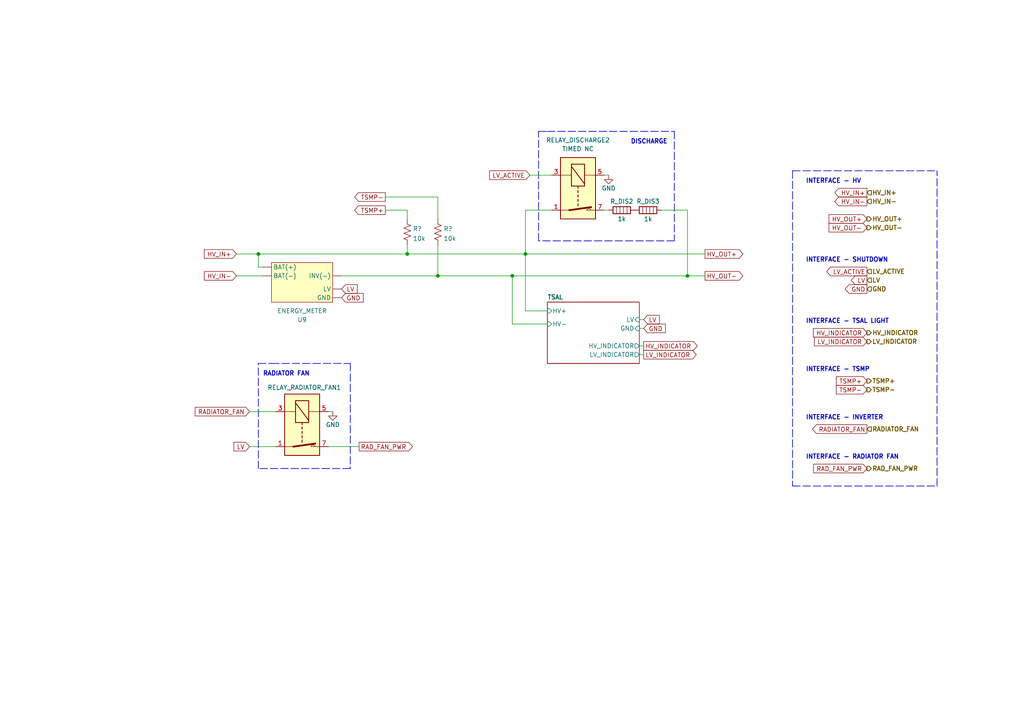
<source format=kicad_sch>
(kicad_sch (version 20211123) (generator eeschema)

  (uuid 7c790b85-3190-4d10-8ca5-7cfa6716b333)

  (paper "A4")

  (lib_symbols
    (symbol "A-FA_PARTS:ENERGY_METER" (in_bom yes) (on_board yes)
      (property "Reference" "U" (id 0) (at 0 10.16 0)
        (effects (font (size 1.27 1.27)))
      )
      (property "Value" "ENERGY_METER" (id 1) (at 0 7.62 0)
        (effects (font (size 1.27 1.27)))
      )
      (property "Footprint" "" (id 2) (at -3.81 5.08 0)
        (effects (font (size 1.27 1.27)) hide)
      )
      (property "Datasheet" "" (id 3) (at -3.81 5.08 0)
        (effects (font (size 1.27 1.27)) hide)
      )
      (symbol "ENERGY_METER_0_1"
        (rectangle (start -8.89 6.35) (end 8.89 -5.08)
          (stroke (width 0.1524) (type default) (color 0 0 0 0))
          (fill (type background))
        )
      )
      (symbol "ENERGY_METER_1_1"
        (pin input line (at -11.43 5.08 0) (length 2.54)
          (name "BAT(+)" (effects (font (size 1.27 1.27))))
          (number "" (effects (font (size 1.27 1.27))))
        )
        (pin input line (at -11.43 2.54 0) (length 2.54)
          (name "BAT(-)" (effects (font (size 1.27 1.27))))
          (number "" (effects (font (size 1.27 1.27))))
        )
        (pin input line (at 11.43 -3.81 180) (length 2.54)
          (name "GND" (effects (font (size 1.27 1.27))))
          (number "" (effects (font (size 1.27 1.27))))
        )
        (pin input line (at 11.43 2.54 180) (length 2.54)
          (name "INV(-)" (effects (font (size 1.27 1.27))))
          (number "" (effects (font (size 1.27 1.27))))
        )
        (pin input line (at 11.43 -1.27 180) (length 2.54)
          (name "LV" (effects (font (size 1.27 1.27))))
          (number "" (effects (font (size 1.27 1.27))))
        )
      )
    )
    (symbol "Device:Heater" (pin_numbers hide) (pin_names (offset 0)) (in_bom yes) (on_board yes)
      (property "Reference" "R" (id 0) (at 2.032 0 90)
        (effects (font (size 1.27 1.27)))
      )
      (property "Value" "Heater" (id 1) (at -2.032 0 90)
        (effects (font (size 1.27 1.27)))
      )
      (property "Footprint" "" (id 2) (at -1.778 0 90)
        (effects (font (size 1.27 1.27)) hide)
      )
      (property "Datasheet" "~" (id 3) (at 0 0 0)
        (effects (font (size 1.27 1.27)) hide)
      )
      (property "ki_keywords" "heater R resistor" (id 4) (at 0 0 0)
        (effects (font (size 1.27 1.27)) hide)
      )
      (property "ki_description" "Resistive heater" (id 5) (at 0 0 0)
        (effects (font (size 1.27 1.27)) hide)
      )
      (symbol "Heater_0_1"
        (rectangle (start -1.016 -2.54) (end 1.016 2.54)
          (stroke (width 0.254) (type default) (color 0 0 0 0))
          (fill (type none))
        )
        (polyline
          (pts
            (xy -1.016 1.524)
            (xy 1.016 1.524)
          )
          (stroke (width 0) (type default) (color 0 0 0 0))
          (fill (type none))
        )
        (polyline
          (pts
            (xy 1.016 -1.524)
            (xy -1.016 -1.524)
          )
          (stroke (width 0) (type default) (color 0 0 0 0))
          (fill (type none))
        )
        (polyline
          (pts
            (xy 1.016 -0.508)
            (xy -1.016 -0.508)
          )
          (stroke (width 0) (type default) (color 0 0 0 0))
          (fill (type none))
        )
        (polyline
          (pts
            (xy 1.016 0.508)
            (xy -1.016 0.508)
          )
          (stroke (width 0) (type default) (color 0 0 0 0))
          (fill (type none))
        )
      )
      (symbol "Heater_1_1"
        (pin passive line (at 0 3.81 270) (length 1.27)
          (name "~" (effects (font (size 1.27 1.27))))
          (number "1" (effects (font (size 1.27 1.27))))
        )
        (pin passive line (at 0 -3.81 90) (length 1.27)
          (name "~" (effects (font (size 1.27 1.27))))
          (number "2" (effects (font (size 1.27 1.27))))
        )
      )
    )
    (symbol "Device:R_US" (pin_numbers hide) (pin_names (offset 0)) (in_bom yes) (on_board yes)
      (property "Reference" "R" (id 0) (at 2.54 0 90)
        (effects (font (size 1.27 1.27)))
      )
      (property "Value" "R_US" (id 1) (at -2.54 0 90)
        (effects (font (size 1.27 1.27)))
      )
      (property "Footprint" "" (id 2) (at 1.016 -0.254 90)
        (effects (font (size 1.27 1.27)) hide)
      )
      (property "Datasheet" "~" (id 3) (at 0 0 0)
        (effects (font (size 1.27 1.27)) hide)
      )
      (property "ki_keywords" "R res resistor" (id 4) (at 0 0 0)
        (effects (font (size 1.27 1.27)) hide)
      )
      (property "ki_description" "Resistor, US symbol" (id 5) (at 0 0 0)
        (effects (font (size 1.27 1.27)) hide)
      )
      (property "ki_fp_filters" "R_*" (id 6) (at 0 0 0)
        (effects (font (size 1.27 1.27)) hide)
      )
      (symbol "R_US_0_1"
        (polyline
          (pts
            (xy 0 -2.286)
            (xy 0 -2.54)
          )
          (stroke (width 0) (type default) (color 0 0 0 0))
          (fill (type none))
        )
        (polyline
          (pts
            (xy 0 2.286)
            (xy 0 2.54)
          )
          (stroke (width 0) (type default) (color 0 0 0 0))
          (fill (type none))
        )
        (polyline
          (pts
            (xy 0 -0.762)
            (xy 1.016 -1.143)
            (xy 0 -1.524)
            (xy -1.016 -1.905)
            (xy 0 -2.286)
          )
          (stroke (width 0) (type default) (color 0 0 0 0))
          (fill (type none))
        )
        (polyline
          (pts
            (xy 0 0.762)
            (xy 1.016 0.381)
            (xy 0 0)
            (xy -1.016 -0.381)
            (xy 0 -0.762)
          )
          (stroke (width 0) (type default) (color 0 0 0 0))
          (fill (type none))
        )
        (polyline
          (pts
            (xy 0 2.286)
            (xy 1.016 1.905)
            (xy 0 1.524)
            (xy -1.016 1.143)
            (xy 0 0.762)
          )
          (stroke (width 0) (type default) (color 0 0 0 0))
          (fill (type none))
        )
      )
      (symbol "R_US_1_1"
        (pin passive line (at 0 3.81 270) (length 1.27)
          (name "~" (effects (font (size 1.27 1.27))))
          (number "1" (effects (font (size 1.27 1.27))))
        )
        (pin passive line (at 0 -3.81 90) (length 1.27)
          (name "~" (effects (font (size 1.27 1.27))))
          (number "2" (effects (font (size 1.27 1.27))))
        )
      )
    )
    (symbol "Relay:MSxx-1Bxx-75" (in_bom yes) (on_board yes)
      (property "Reference" "K" (id 0) (at 8.89 3.81 0)
        (effects (font (size 1.27 1.27)) (justify left))
      )
      (property "Value" "MSxx-1Bxx-75" (id 1) (at 8.89 1.27 0)
        (effects (font (size 1.27 1.27)) (justify left))
      )
      (property "Footprint" "Relay_THT:Relay_SPST_StandexMeder_MS_Form1AB" (id 2) (at 8.89 -1.27 0)
        (effects (font (size 1.27 1.27)) (justify left) hide)
      )
      (property "Datasheet" "https://standexelectronics.com/de/produkte/ms-reed-relais/" (id 3) (at 0 0 0)
        (effects (font (size 1.27 1.27)) hide)
      )
      (property "ki_keywords" "Single Pole Reed Relay SPST" (id 4) (at 0 0 0)
        (effects (font (size 1.27 1.27)) hide)
      )
      (property "ki_description" "Standex Meder MS reed relay, SPST, Opening Contact" (id 5) (at 0 0 0)
        (effects (font (size 1.27 1.27)) hide)
      )
      (property "ki_fp_filters" "Relay*SPST*StandexMeder*MS*Form1AB*" (id 6) (at 0 0 0)
        (effects (font (size 1.27 1.27)) hide)
      )
      (symbol "MSxx-1Bxx-75_0_0"
        (polyline
          (pts
            (xy 5.08 5.08)
            (xy 5.08 2.54)
            (xy 4.445 3.175)
            (xy 5.08 3.81)
          )
          (stroke (width 0) (type default) (color 0 0 0 0))
          (fill (type none))
        )
      )
      (symbol "MSxx-1Bxx-75_0_1"
        (rectangle (start -10.16 5.08) (end 7.62 -5.08)
          (stroke (width 0.254) (type default) (color 0 0 0 0))
          (fill (type background))
        )
        (rectangle (start -8.255 1.905) (end -1.905 -1.905)
          (stroke (width 0.254) (type default) (color 0 0 0 0))
          (fill (type none))
        )
        (polyline
          (pts
            (xy -7.62 -1.905)
            (xy -2.54 1.905)
          )
          (stroke (width 0.254) (type default) (color 0 0 0 0))
          (fill (type none))
        )
        (polyline
          (pts
            (xy -5.08 -5.08)
            (xy -5.08 -1.905)
          )
          (stroke (width 0) (type default) (color 0 0 0 0))
          (fill (type none))
        )
        (polyline
          (pts
            (xy -5.08 5.08)
            (xy -5.08 1.905)
          )
          (stroke (width 0) (type default) (color 0 0 0 0))
          (fill (type none))
        )
        (polyline
          (pts
            (xy -1.905 0)
            (xy -1.27 0)
          )
          (stroke (width 0.254) (type default) (color 0 0 0 0))
          (fill (type none))
        )
        (polyline
          (pts
            (xy -0.635 0)
            (xy 0 0)
          )
          (stroke (width 0.254) (type default) (color 0 0 0 0))
          (fill (type none))
        )
        (polyline
          (pts
            (xy 0.635 0)
            (xy 1.27 0)
          )
          (stroke (width 0.254) (type default) (color 0 0 0 0))
          (fill (type none))
        )
        (polyline
          (pts
            (xy 1.905 0)
            (xy 2.54 0)
          )
          (stroke (width 0.254) (type default) (color 0 0 0 0))
          (fill (type none))
        )
        (polyline
          (pts
            (xy 3.175 0)
            (xy 3.81 0)
          )
          (stroke (width 0.254) (type default) (color 0 0 0 0))
          (fill (type none))
        )
        (polyline
          (pts
            (xy 5.08 -2.54)
            (xy 4.191 3.81)
          )
          (stroke (width 0.508) (type default) (color 0 0 0 0))
          (fill (type none))
        )
        (polyline
          (pts
            (xy 5.08 -2.54)
            (xy 5.08 -5.08)
          )
          (stroke (width 0) (type default) (color 0 0 0 0))
          (fill (type none))
        )
      )
      (symbol "MSxx-1Bxx-75_1_1"
        (pin passive line (at 5.08 -7.62 90) (length 2.54)
          (name "~" (effects (font (size 1.27 1.27))))
          (number "1" (effects (font (size 1.27 1.27))))
        )
        (pin passive line (at -5.08 -7.62 90) (length 2.54)
          (name "~" (effects (font (size 1.27 1.27))))
          (number "3" (effects (font (size 1.27 1.27))))
        )
        (pin passive line (at -5.08 7.62 270) (length 2.54)
          (name "~" (effects (font (size 1.27 1.27))))
          (number "5" (effects (font (size 1.27 1.27))))
        )
        (pin passive line (at 5.08 7.62 270) (length 2.54)
          (name "~" (effects (font (size 1.27 1.27))))
          (number "7" (effects (font (size 1.27 1.27))))
        )
      )
    )
    (symbol "power:GND" (power) (pin_names (offset 0)) (in_bom yes) (on_board yes)
      (property "Reference" "#PWR" (id 0) (at 0 -6.35 0)
        (effects (font (size 1.27 1.27)) hide)
      )
      (property "Value" "GND" (id 1) (at 0 -3.81 0)
        (effects (font (size 1.27 1.27)))
      )
      (property "Footprint" "" (id 2) (at 0 0 0)
        (effects (font (size 1.27 1.27)) hide)
      )
      (property "Datasheet" "" (id 3) (at 0 0 0)
        (effects (font (size 1.27 1.27)) hide)
      )
      (property "ki_keywords" "power-flag" (id 4) (at 0 0 0)
        (effects (font (size 1.27 1.27)) hide)
      )
      (property "ki_description" "Power symbol creates a global label with name \"GND\" , ground" (id 5) (at 0 0 0)
        (effects (font (size 1.27 1.27)) hide)
      )
      (symbol "GND_0_1"
        (polyline
          (pts
            (xy 0 0)
            (xy 0 -1.27)
            (xy 1.27 -1.27)
            (xy 0 -2.54)
            (xy -1.27 -1.27)
            (xy 0 -1.27)
          )
          (stroke (width 0) (type default) (color 0 0 0 0))
          (fill (type none))
        )
      )
      (symbol "GND_1_1"
        (pin power_in line (at 0 0 270) (length 0) hide
          (name "GND" (effects (font (size 1.27 1.27))))
          (number "1" (effects (font (size 1.27 1.27))))
        )
      )
    )
  )

  (junction (at 118.11 73.66) (diameter 0) (color 0 0 0 0)
    (uuid 384e53d3-f3db-46bf-aaa6-6adfeede668e)
  )
  (junction (at 127 80.01) (diameter 0) (color 0 0 0 0)
    (uuid 3f7972e0-55dd-4b70-83bf-9af1e3643ef7)
  )
  (junction (at 152.4 73.66) (diameter 0) (color 0 0 0 0)
    (uuid 40147430-75f3-4901-978e-fbb941026134)
  )
  (junction (at 199.39 80.01) (diameter 0) (color 0 0 0 0)
    (uuid 76e763a5-5120-4d0e-a9c5-04317b1d724f)
  )
  (junction (at 74.93 73.66) (diameter 0) (color 0 0 0 0)
    (uuid a9611eb8-31e6-425a-8e53-d3ae96ecb22b)
  )
  (junction (at 148.59 80.01) (diameter 0) (color 0 0 0 0)
    (uuid abfa3146-247b-475d-b791-9e2a6def3c30)
  )

  (wire (pts (xy 158.75 93.98) (xy 148.59 93.98))
    (stroke (width 0) (type default) (color 0 0 0 0))
    (uuid 19eec256-430a-4971-aada-8039a2ba53af)
  )
  (polyline (pts (xy 101.6 105.41) (xy 101.6 135.89))
    (stroke (width 0.2) (type default) (color 0 0 0 0))
    (uuid 229a795b-3dc3-4792-91ff-92ef15ce562b)
  )

  (wire (pts (xy 185.42 102.87) (xy 186.69 102.87))
    (stroke (width 0) (type default) (color 0 0 0 0))
    (uuid 295914cd-7766-4f01-9c43-439d1b7ab11e)
  )
  (wire (pts (xy 80.01 129.54) (xy 72.39 129.54))
    (stroke (width 0) (type default) (color 0 0 0 0))
    (uuid 32c10d80-874e-478c-896f-68a82fdf8a31)
  )
  (wire (pts (xy 152.4 90.17) (xy 152.4 73.66))
    (stroke (width 0) (type default) (color 0 0 0 0))
    (uuid 3a136724-4b08-43aa-9112-a254a1ca900a)
  )
  (wire (pts (xy 158.75 90.17) (xy 152.4 90.17))
    (stroke (width 0) (type default) (color 0 0 0 0))
    (uuid 3b5f654c-2926-48e6-ada6-adc399ac8d6d)
  )
  (polyline (pts (xy 101.6 135.89) (xy 74.93 135.89))
    (stroke (width 0.2) (type default) (color 0 0 0 0))
    (uuid 41619ada-de06-4543-ae20-587eb1efba3a)
  )
  (polyline (pts (xy 195.58 38.1) (xy 195.58 69.85))
    (stroke (width 0.2) (type default) (color 0 0 0 0))
    (uuid 464d960f-a1db-4fe7-bd1b-632d20be1a40)
  )
  (polyline (pts (xy 271.78 140.97) (xy 271.78 49.53))
    (stroke (width 0.2) (type default) (color 0 0 0 0))
    (uuid 47fe08c3-548b-49a6-a824-e11f1f261a2c)
  )

  (wire (pts (xy 185.42 92.71) (xy 186.69 92.71))
    (stroke (width 0) (type default) (color 0 0 0 0))
    (uuid 55f59da3-6f1b-476b-a25f-3e5e832cf695)
  )
  (polyline (pts (xy 195.58 69.85) (xy 156.21 69.85))
    (stroke (width 0.2) (type default) (color 0 0 0 0))
    (uuid 56b3d79e-8524-4990-b53c-8b76a1ff9ee3)
  )

  (wire (pts (xy 152.4 60.96) (xy 152.4 73.66))
    (stroke (width 0) (type default) (color 0 0 0 0))
    (uuid 5964fabe-b98a-4a67-acb7-c2fb1ffb122f)
  )
  (wire (pts (xy 68.58 80.01) (xy 76.2 80.01))
    (stroke (width 0) (type default) (color 0 0 0 0))
    (uuid 62b791db-3eb7-4d77-a963-5cbbbf7201a1)
  )
  (polyline (pts (xy 74.93 135.89) (xy 74.93 105.41))
    (stroke (width 0.2) (type default) (color 0 0 0 0))
    (uuid 6a7ef5f6-c049-4750-a269-5861198fb0eb)
  )
  (polyline (pts (xy 158.75 38.1) (xy 195.58 38.1))
    (stroke (width 0.2) (type default) (color 0 0 0 0))
    (uuid 6c7c62f6-8bf0-4930-a92c-534652aa27af)
  )

  (wire (pts (xy 199.39 60.96) (xy 199.39 80.01))
    (stroke (width 0) (type default) (color 0 0 0 0))
    (uuid 6cd3b388-1ebc-451c-8345-169d4260632f)
  )
  (polyline (pts (xy 229.87 140.97) (xy 271.78 140.97))
    (stroke (width 0.2) (type default) (color 0 0 0 0))
    (uuid 6deb9d3d-24fa-4d2c-b8ec-54d76c2f3549)
  )

  (wire (pts (xy 152.4 73.66) (xy 204.47 73.66))
    (stroke (width 0) (type default) (color 0 0 0 0))
    (uuid 749d6c0d-beaf-459f-aebf-b9b2a0ea6db2)
  )
  (wire (pts (xy 191.77 60.96) (xy 199.39 60.96))
    (stroke (width 0) (type default) (color 0 0 0 0))
    (uuid 75cadd77-3348-4e9b-b3fc-3ac4b35b466c)
  )
  (wire (pts (xy 148.59 80.01) (xy 199.39 80.01))
    (stroke (width 0) (type default) (color 0 0 0 0))
    (uuid 87f31b8f-19d1-4ea0-8a9c-5e0939949fc5)
  )
  (wire (pts (xy 127 71.12) (xy 127 80.01))
    (stroke (width 0) (type default) (color 0 0 0 0))
    (uuid 894e7473-6acf-460d-921f-dd6e5bdad53f)
  )
  (wire (pts (xy 176.53 50.8) (xy 175.26 50.8))
    (stroke (width 0) (type default) (color 0 0 0 0))
    (uuid 8d22b341-7c46-4f8d-ba93-f845393db476)
  )
  (wire (pts (xy 118.11 60.96) (xy 118.11 63.5))
    (stroke (width 0) (type default) (color 0 0 0 0))
    (uuid 90bb2514-60c3-465d-9296-91b8763602f3)
  )
  (wire (pts (xy 80.01 119.38) (xy 72.39 119.38))
    (stroke (width 0) (type default) (color 0 0 0 0))
    (uuid 9276e60c-99f7-4db4-88af-d18121a3f94b)
  )
  (wire (pts (xy 76.2 77.47) (xy 74.93 77.47))
    (stroke (width 0) (type default) (color 0 0 0 0))
    (uuid 9880b843-61f3-449b-8dc6-90a5ea50d7c8)
  )
  (wire (pts (xy 68.58 73.66) (xy 74.93 73.66))
    (stroke (width 0) (type default) (color 0 0 0 0))
    (uuid 9ad87614-7ef2-4eb8-ac51-3b1c9ea4ff9b)
  )
  (wire (pts (xy 99.06 80.01) (xy 127 80.01))
    (stroke (width 0) (type default) (color 0 0 0 0))
    (uuid 9ecc9593-274c-480e-b9c8-4fd2a7b7488f)
  )
  (wire (pts (xy 176.53 60.96) (xy 175.26 60.96))
    (stroke (width 0) (type default) (color 0 0 0 0))
    (uuid 9f69d37b-a605-407b-a97b-c40eaa49c59a)
  )
  (polyline (pts (xy 78.74 105.41) (xy 101.6 105.41))
    (stroke (width 0.2) (type default) (color 0 0 0 0))
    (uuid a3ab95d9-7eb8-4c90-8996-0c665d99abe1)
  )

  (wire (pts (xy 160.02 60.96) (xy 152.4 60.96))
    (stroke (width 0) (type default) (color 0 0 0 0))
    (uuid a97fb80a-2549-42f2-9959-6c752b314245)
  )
  (wire (pts (xy 127 80.01) (xy 148.59 80.01))
    (stroke (width 0) (type default) (color 0 0 0 0))
    (uuid b07280e9-6363-4e7a-bb41-2daa04fc13fb)
  )
  (wire (pts (xy 185.42 100.33) (xy 186.69 100.33))
    (stroke (width 0) (type default) (color 0 0 0 0))
    (uuid b136cd0d-8737-4a2e-86b5-06b85d371e28)
  )
  (wire (pts (xy 118.11 73.66) (xy 152.4 73.66))
    (stroke (width 0) (type default) (color 0 0 0 0))
    (uuid b1b628e8-a5a4-4902-96ee-bbe12092cdf7)
  )
  (wire (pts (xy 127 57.15) (xy 127 63.5))
    (stroke (width 0) (type default) (color 0 0 0 0))
    (uuid bb0d1d61-4492-431b-9c0d-921b9cb1de5d)
  )
  (wire (pts (xy 74.93 73.66) (xy 118.11 73.66))
    (stroke (width 0) (type default) (color 0 0 0 0))
    (uuid bb91c0bb-ff37-4b58-8be7-921d7fc27de6)
  )
  (wire (pts (xy 104.14 129.54) (xy 95.25 129.54))
    (stroke (width 0) (type default) (color 0 0 0 0))
    (uuid bf3d5116-d18b-4445-8ab3-f78414a76cdc)
  )
  (wire (pts (xy 74.93 77.47) (xy 74.93 73.66))
    (stroke (width 0) (type default) (color 0 0 0 0))
    (uuid c1c97f9b-d20f-4e25-83d9-ddcce9f21c3c)
  )
  (polyline (pts (xy 74.93 105.41) (xy 78.74 105.41))
    (stroke (width 0.2) (type default) (color 0 0 0 0))
    (uuid c52d2e86-ae28-476c-9581-beac382ae7fd)
  )
  (polyline (pts (xy 156.21 69.85) (xy 156.21 38.1))
    (stroke (width 0.2) (type default) (color 0 0 0 0))
    (uuid d2a04440-2c31-43d0-942e-3bcb31e3690f)
  )

  (wire (pts (xy 185.42 95.25) (xy 186.69 95.25))
    (stroke (width 0) (type default) (color 0 0 0 0))
    (uuid d33417f9-d268-4bfe-8287-309e42786ef4)
  )
  (wire (pts (xy 118.11 71.12) (xy 118.11 73.66))
    (stroke (width 0) (type default) (color 0 0 0 0))
    (uuid dbf91c7f-130d-4f16-aa87-39e8d3bfe1e3)
  )
  (wire (pts (xy 111.76 60.96) (xy 118.11 60.96))
    (stroke (width 0) (type default) (color 0 0 0 0))
    (uuid dddcfb39-f512-4e49-8f57-e8f1e6f53ced)
  )
  (wire (pts (xy 96.52 119.38) (xy 95.25 119.38))
    (stroke (width 0) (type default) (color 0 0 0 0))
    (uuid e1dca600-7bf7-4e1a-852e-c075a0cd6751)
  )
  (polyline (pts (xy 229.87 49.53) (xy 229.87 140.97))
    (stroke (width 0.2) (type default) (color 0 0 0 0))
    (uuid e3d07fee-23d7-495e-9b23-422dc716352a)
  )
  (polyline (pts (xy 156.21 38.1) (xy 158.75 38.1))
    (stroke (width 0.2) (type default) (color 0 0 0 0))
    (uuid e4316269-a038-43ef-accd-3fee9eae28e2)
  )

  (wire (pts (xy 160.02 50.8) (xy 153.67 50.8))
    (stroke (width 0) (type default) (color 0 0 0 0))
    (uuid e4c553e1-1b7c-468c-9a48-05bd02711b5c)
  )
  (polyline (pts (xy 229.87 49.53) (xy 271.78 49.53))
    (stroke (width 0.2) (type default) (color 0 0 0 0))
    (uuid ee162f83-01eb-4548-a77d-8f9d7474d846)
  )

  (wire (pts (xy 148.59 80.01) (xy 148.59 93.98))
    (stroke (width 0) (type default) (color 0 0 0 0))
    (uuid ee6db436-4804-4ef4-ab3b-3f51156a1cdb)
  )
  (wire (pts (xy 127 57.15) (xy 111.76 57.15))
    (stroke (width 0) (type default) (color 0 0 0 0))
    (uuid f227618e-69c5-409a-af12-6026fb5b92c4)
  )
  (wire (pts (xy 199.39 80.01) (xy 204.47 80.01))
    (stroke (width 0) (type default) (color 0 0 0 0))
    (uuid fa784567-54e2-4d51-90ef-b143549adefe)
  )

  (text "INTERFACE - SHUTDOWN" (at 233.68 76.2 0)
    (effects (font (size 1.27 1.27) (thickness 0.254) bold) (justify left bottom))
    (uuid 02e095af-9921-48f6-9e5f-add4b5932351)
  )
  (text "RADIATOR FAN\n" (at 76.2 109.22 0)
    (effects (font (size 1.27 1.27) (thickness 0.254) bold) (justify left bottom))
    (uuid 132fbffe-566c-4de3-831f-a4078040f86b)
  )
  (text "INTERFACE - HV" (at 233.68 53.34 0)
    (effects (font (size 1.27 1.27) (thickness 0.254) bold) (justify left bottom))
    (uuid 316df732-417b-4139-9557-3b44d1af01de)
  )
  (text "INTERFACE - TSAL LIGHT\n" (at 233.68 93.98 0)
    (effects (font (size 1.27 1.27) (thickness 0.254) bold) (justify left bottom))
    (uuid 376f0caf-3438-4cd6-976a-478d3e6e5342)
  )
  (text "INTERFACE - RADIATOR FAN\n" (at 233.68 133.35 0)
    (effects (font (size 1.27 1.27) (thickness 0.254) bold) (justify left bottom))
    (uuid 497feb55-2eb4-4227-939c-608aa448c0b8)
  )
  (text "INTERFACE - TSMP" (at 233.68 107.95 0)
    (effects (font (size 1.27 1.27) (thickness 0.254) bold) (justify left bottom))
    (uuid a34424ae-8663-4646-9302-8c8a7e7d787a)
  )
  (text "DISCHARGE" (at 182.88 41.91 0)
    (effects (font (size 1.27 1.27) (thickness 0.254) bold) (justify left bottom))
    (uuid d3e5693a-a7df-42e3-b5a5-e42c0ff1981a)
  )
  (text "INTERFACE - INVERTER\n" (at 233.68 121.92 0)
    (effects (font (size 1.27 1.27) (thickness 0.254) bold) (justify left bottom))
    (uuid ef28a32e-2a32-4abc-a628-e1da8b516313)
  )

  (global_label "HV_INDICATOR" (shape input) (at 251.46 96.52 180) (fields_autoplaced)
    (effects (font (size 1.27 1.27)) (justify right))
    (uuid 01f9aac2-be2b-4dd4-b868-34f3c17af57a)
    (property "Intersheet References" "${INTERSHEET_REFS}" (id 0) (at 235.9236 96.4406 0)
      (effects (font (size 1.27 1.27)) (justify right) hide)
    )
  )
  (global_label "HV_IN-" (shape output) (at 251.46 58.42 180) (fields_autoplaced)
    (effects (font (size 1.27 1.27)) (justify right))
    (uuid 05d0b27e-8606-4a58-93d1-e319e89015b6)
    (property "Intersheet References" "${INTERSHEET_REFS}" (id 0) (at 242.1526 58.3406 0)
      (effects (font (size 1.27 1.27)) (justify right) hide)
    )
  )
  (global_label "LV" (shape input) (at 186.69 92.71 0) (fields_autoplaced)
    (effects (font (size 1.27 1.27)) (justify left))
    (uuid 09784991-6bd3-4872-a0cf-2a0ce017933e)
    (property "Intersheet References" "${INTERSHEET_REFS}" (id 0) (at 191.2198 92.6306 0)
      (effects (font (size 1.27 1.27)) (justify left) hide)
    )
  )
  (global_label "RADIATOR_FAN" (shape output) (at 251.46 124.46 180) (fields_autoplaced)
    (effects (font (size 1.27 1.27)) (justify right))
    (uuid 0bdac6ec-c173-4d05-9366-6519f76fad4b)
    (property "Intersheet References" "${INTERSHEET_REFS}" (id 0) (at 235.6817 124.3806 0)
      (effects (font (size 1.27 1.27)) (justify right) hide)
    )
  )
  (global_label "GND" (shape input) (at 99.06 86.36 0) (fields_autoplaced)
    (effects (font (size 1.27 1.27)) (justify left))
    (uuid 1b5673ae-1ea2-41a8-aa9c-75fd7c9e6e6c)
    (property "Intersheet References" "${INTERSHEET_REFS}" (id 0) (at 105.3436 86.2806 0)
      (effects (font (size 1.27 1.27)) (justify left) hide)
    )
  )
  (global_label "LV_ACTIVE" (shape output) (at 251.46 78.74 180) (fields_autoplaced)
    (effects (font (size 1.27 1.27)) (justify right))
    (uuid 1e8e366b-5a5b-4829-a07d-532ce46447ac)
    (property "Intersheet References" "${INTERSHEET_REFS}" (id 0) (at 239.794 78.6606 0)
      (effects (font (size 1.27 1.27)) (justify right) hide)
    )
  )
  (global_label "TSMP+" (shape input) (at 251.46 110.49 180) (fields_autoplaced)
    (effects (font (size 1.27 1.27)) (justify right))
    (uuid 2db6e87a-3520-4816-bf92-da26a88efe9c)
    (property "Intersheet References" "${INTERSHEET_REFS}" (id 0) (at 242.5759 110.4106 0)
      (effects (font (size 1.27 1.27)) (justify right) hide)
    )
  )
  (global_label "HV_OUT-" (shape input) (at 251.46 66.04 180) (fields_autoplaced)
    (effects (font (size 1.27 1.27)) (justify right))
    (uuid 36668a88-419a-460b-a989-1d5ff0c25503)
    (property "Intersheet References" "${INTERSHEET_REFS}" (id 0) (at 240.4593 65.9606 0)
      (effects (font (size 1.27 1.27)) (justify right) hide)
    )
  )
  (global_label "RADIATOR_FAN" (shape input) (at 72.39 119.38 180) (fields_autoplaced)
    (effects (font (size 1.27 1.27)) (justify right))
    (uuid 4070b2c6-1c5a-4875-884d-841a21c03669)
    (property "Intersheet References" "${INTERSHEET_REFS}" (id 0) (at 56.6117 119.3006 0)
      (effects (font (size 1.27 1.27)) (justify right) hide)
    )
  )
  (global_label "TSMP+" (shape output) (at 111.76 60.96 180) (fields_autoplaced)
    (effects (font (size 1.27 1.27)) (justify right))
    (uuid 46ab0454-d37f-4304-8063-6c1e7f71b8e0)
    (property "Intersheet References" "${INTERSHEET_REFS}" (id 0) (at 102.8759 60.8806 0)
      (effects (font (size 1.27 1.27)) (justify right) hide)
    )
  )
  (global_label "GND" (shape output) (at 251.46 83.82 180) (fields_autoplaced)
    (effects (font (size 1.27 1.27)) (justify right))
    (uuid 5387724f-d038-4119-9382-4b24f837ef2a)
    (property "Intersheet References" "${INTERSHEET_REFS}" (id 0) (at 245.1764 83.7406 0)
      (effects (font (size 1.27 1.27)) (justify right) hide)
    )
  )
  (global_label "RAD_FAN_PWR" (shape output) (at 104.14 129.54 0) (fields_autoplaced)
    (effects (font (size 1.27 1.27)) (justify left))
    (uuid 60f363b8-2bfc-4189-8b0b-1c18cfbe5071)
    (property "Intersheet References" "${INTERSHEET_REFS}" (id 0) (at 119.616 129.4606 0)
      (effects (font (size 1.27 1.27)) (justify left) hide)
    )
  )
  (global_label "HV_IN+" (shape input) (at 68.58 73.66 180) (fields_autoplaced)
    (effects (font (size 1.27 1.27)) (justify right))
    (uuid 68d0b13a-8843-4cb3-a070-ce5049345614)
    (property "Intersheet References" "${INTERSHEET_REFS}" (id 0) (at 59.2726 73.5806 0)
      (effects (font (size 1.27 1.27)) (justify right) hide)
    )
  )
  (global_label "TSMP-" (shape output) (at 111.76 57.15 180) (fields_autoplaced)
    (effects (font (size 1.27 1.27)) (justify right))
    (uuid 69033503-a0e3-4d98-a894-129fc3e0d110)
    (property "Intersheet References" "${INTERSHEET_REFS}" (id 0) (at 102.8759 57.0706 0)
      (effects (font (size 1.27 1.27)) (justify right) hide)
    )
  )
  (global_label "HV_INDICATOR" (shape output) (at 186.69 100.33 0) (fields_autoplaced)
    (effects (font (size 1.27 1.27)) (justify left))
    (uuid 74c65be4-7e68-451e-b2ff-5337c47cab92)
    (property "Intersheet References" "${INTERSHEET_REFS}" (id 0) (at 202.2264 100.2506 0)
      (effects (font (size 1.27 1.27)) (justify left) hide)
    )
  )
  (global_label "TSMP-" (shape input) (at 251.46 113.03 180) (fields_autoplaced)
    (effects (font (size 1.27 1.27)) (justify right))
    (uuid 7dd97fd9-71b6-4ddf-93de-d4b4e64ae422)
    (property "Intersheet References" "${INTERSHEET_REFS}" (id 0) (at 242.5759 112.9506 0)
      (effects (font (size 1.27 1.27)) (justify right) hide)
    )
  )
  (global_label "HV_IN+" (shape output) (at 251.46 55.88 180) (fields_autoplaced)
    (effects (font (size 1.27 1.27)) (justify right))
    (uuid 7f2bf4f7-ce5f-44e2-b7a3-65dc6b6084d6)
    (property "Intersheet References" "${INTERSHEET_REFS}" (id 0) (at 242.1526 55.8006 0)
      (effects (font (size 1.27 1.27)) (justify right) hide)
    )
  )
  (global_label "HV_OUT-" (shape output) (at 204.47 80.01 0) (fields_autoplaced)
    (effects (font (size 1.27 1.27)) (justify left))
    (uuid 8e2b09dd-5e36-4ab8-a2e5-7867354c1ad6)
    (property "Intersheet References" "${INTERSHEET_REFS}" (id 0) (at 215.4707 79.9306 0)
      (effects (font (size 1.27 1.27)) (justify left) hide)
    )
  )
  (global_label "LV" (shape input) (at 72.39 129.54 180) (fields_autoplaced)
    (effects (font (size 1.27 1.27)) (justify right))
    (uuid bff88d90-1f99-413d-a908-ca3a611f6cb9)
    (property "Intersheet References" "${INTERSHEET_REFS}" (id 0) (at 67.8602 129.4606 0)
      (effects (font (size 1.27 1.27)) (justify right) hide)
    )
  )
  (global_label "HV_IN-" (shape input) (at 68.58 80.01 180) (fields_autoplaced)
    (effects (font (size 1.27 1.27)) (justify right))
    (uuid c6aa845e-a587-4a66-9a00-c01dc180fea6)
    (property "Intersheet References" "${INTERSHEET_REFS}" (id 0) (at 59.2726 79.9306 0)
      (effects (font (size 1.27 1.27)) (justify right) hide)
    )
  )
  (global_label "LV" (shape input) (at 99.06 83.82 0) (fields_autoplaced)
    (effects (font (size 1.27 1.27)) (justify left))
    (uuid ce6f8090-6f1e-457a-8f13-2cf6aac1c7a6)
    (property "Intersheet References" "${INTERSHEET_REFS}" (id 0) (at 103.5898 83.7406 0)
      (effects (font (size 1.27 1.27)) (justify left) hide)
    )
  )
  (global_label "LV_INDICATOR" (shape output) (at 186.69 102.87 0) (fields_autoplaced)
    (effects (font (size 1.27 1.27)) (justify left))
    (uuid d779c705-d794-49b6-86cc-37ad45ec49d5)
    (property "Intersheet References" "${INTERSHEET_REFS}" (id 0) (at 201.9241 102.7906 0)
      (effects (font (size 1.27 1.27)) (justify left) hide)
    )
  )
  (global_label "GND" (shape input) (at 186.69 95.25 0) (fields_autoplaced)
    (effects (font (size 1.27 1.27)) (justify left))
    (uuid dae52d69-3912-40d6-80d2-2e7eca2d0432)
    (property "Intersheet References" "${INTERSHEET_REFS}" (id 0) (at 192.9736 95.1706 0)
      (effects (font (size 1.27 1.27)) (justify left) hide)
    )
  )
  (global_label "HV_OUT+" (shape output) (at 204.47 73.66 0) (fields_autoplaced)
    (effects (font (size 1.27 1.27)) (justify left))
    (uuid e4757e4d-2510-4a72-b408-6297bfc0fe24)
    (property "Intersheet References" "${INTERSHEET_REFS}" (id 0) (at 215.4707 73.5806 0)
      (effects (font (size 1.27 1.27)) (justify left) hide)
    )
  )
  (global_label "HV_OUT+" (shape input) (at 251.46 63.5 180) (fields_autoplaced)
    (effects (font (size 1.27 1.27)) (justify right))
    (uuid e81ba299-0427-4b90-b3de-0c6fa05359a3)
    (property "Intersheet References" "${INTERSHEET_REFS}" (id 0) (at 240.4593 63.4206 0)
      (effects (font (size 1.27 1.27)) (justify right) hide)
    )
  )
  (global_label "LV_ACTIVE" (shape input) (at 153.67 50.8 180) (fields_autoplaced)
    (effects (font (size 1.27 1.27)) (justify right))
    (uuid e8f4353a-6d42-4a8f-9b6b-b4c57d11a82b)
    (property "Intersheet References" "${INTERSHEET_REFS}" (id 0) (at 142.004 50.7206 0)
      (effects (font (size 1.27 1.27)) (justify right) hide)
    )
  )
  (global_label "RAD_FAN_PWR" (shape input) (at 251.46 135.89 180) (fields_autoplaced)
    (effects (font (size 1.27 1.27)) (justify right))
    (uuid ea774393-ca22-45e5-8017-7256e9c28f69)
    (property "Intersheet References" "${INTERSHEET_REFS}" (id 0) (at 235.984 135.8106 0)
      (effects (font (size 1.27 1.27)) (justify right) hide)
    )
  )
  (global_label "LV_INDICATOR" (shape input) (at 251.46 99.06 180) (fields_autoplaced)
    (effects (font (size 1.27 1.27)) (justify right))
    (uuid ec56195d-2a69-413b-a35a-71482bbcaecb)
    (property "Intersheet References" "${INTERSHEET_REFS}" (id 0) (at 236.2259 98.9806 0)
      (effects (font (size 1.27 1.27)) (justify right) hide)
    )
  )
  (global_label "LV" (shape output) (at 251.46 81.28 180) (fields_autoplaced)
    (effects (font (size 1.27 1.27)) (justify right))
    (uuid ef0c2a25-76d3-46c8-ab4c-bed16dd93933)
    (property "Intersheet References" "${INTERSHEET_REFS}" (id 0) (at 246.9302 81.2006 0)
      (effects (font (size 1.27 1.27)) (justify right) hide)
    )
  )

  (hierarchical_label "TSMP+" (shape output) (at 251.46 110.49 0)
    (effects (font (size 1.27 1.27) bold) (justify left))
    (uuid 0789cc0f-7642-4a52-a90f-4c8dd220fe5a)
  )
  (hierarchical_label "HV_IN-" (shape input) (at 251.46 58.42 0)
    (effects (font (size 1.27 1.27) (thickness 0.254) bold) (justify left))
    (uuid 3d04a1a1-4e1f-4e13-b868-04acc9e11d86)
  )
  (hierarchical_label "GND" (shape input) (at 251.46 83.82 0)
    (effects (font (size 1.27 1.27) (thickness 0.254) bold) (justify left))
    (uuid 4ba110d9-e396-450d-be82-edca6053f1cd)
  )
  (hierarchical_label "HV_OUT+" (shape output) (at 251.46 63.5 0)
    (effects (font (size 1.27 1.27) (thickness 0.254) bold) (justify left))
    (uuid 6f7e2a79-1eb4-4b6f-88de-1219ef178c16)
  )
  (hierarchical_label "LV" (shape input) (at 251.46 81.28 0)
    (effects (font (size 1.27 1.27) (thickness 0.254) bold) (justify left))
    (uuid 7726005b-81ae-4a95-98a3-f7c10e0477e2)
  )
  (hierarchical_label "HV_OUT-" (shape output) (at 251.46 66.04 0)
    (effects (font (size 1.27 1.27) (thickness 0.254) bold) (justify left))
    (uuid 8400de29-0842-49be-8c29-f4b6a84af8b8)
  )
  (hierarchical_label "TSMP-" (shape output) (at 251.46 113.03 0)
    (effects (font (size 1.27 1.27) bold) (justify left))
    (uuid 8e7e3b33-563a-4218-ab33-024758fa8b83)
  )
  (hierarchical_label "HV_INDICATOR" (shape output) (at 251.46 96.52 0)
    (effects (font (size 1.27 1.27) bold) (justify left))
    (uuid 9e6346ac-7034-4488-ad74-4aed3fbb5f7e)
  )
  (hierarchical_label "LV_ACTIVE" (shape input) (at 251.46 78.74 0)
    (effects (font (size 1.27 1.27) (thickness 0.254) bold) (justify left))
    (uuid a3334d32-d1ff-435f-a91e-fb9142710607)
  )
  (hierarchical_label "HV_IN+" (shape input) (at 251.46 55.88 0)
    (effects (font (size 1.27 1.27) (thickness 0.254) bold) (justify left))
    (uuid a3575cef-cb22-4b13-9718-83f91685aeaa)
  )
  (hierarchical_label "RADIATOR_FAN" (shape input) (at 251.46 124.46 0)
    (effects (font (size 1.27 1.27) (thickness 0.254) bold) (justify left))
    (uuid a3b6c504-168c-4e78-aefb-30821386f17e)
  )
  (hierarchical_label "LV_INDICATOR" (shape output) (at 251.46 99.06 0)
    (effects (font (size 1.27 1.27) bold) (justify left))
    (uuid be0fb5cf-484b-4f41-a987-83e91ad9b7ea)
  )
  (hierarchical_label "RAD_FAN_PWR" (shape output) (at 251.46 135.89 0)
    (effects (font (size 1.27 1.27) (thickness 0.254) bold) (justify left))
    (uuid c4eba4cb-440e-471f-b68b-0b217ff9201f)
  )

  (symbol (lib_id "Relay:MSxx-1Bxx-75") (at 167.64 55.88 270) (unit 1)
    (in_bom yes) (on_board yes)
    (uuid 0324ae70-cea6-4a3b-9629-58d61bd00580)
    (property "Reference" "RELAY_DISCHARGE2" (id 0) (at 167.64 40.64 90))
    (property "Value" "TIMED NC" (id 1) (at 167.64 43.18 90))
    (property "Footprint" "Relay_THT:Relay_SPST_StandexMeder_MS_Form1AB" (id 2) (at 166.37 64.77 0)
      (effects (font (size 1.27 1.27)) (justify left) hide)
    )
    (property "Datasheet" "https://standexelectronics.com/de/produkte/ms-reed-relais/" (id 3) (at 167.64 55.88 0)
      (effects (font (size 1.27 1.27)) hide)
    )
    (pin "1" (uuid 247c56a0-f426-4538-af2b-285f2700e978))
    (pin "3" (uuid 200b1b7c-8cb5-42b2-ae66-a1e6575225d6))
    (pin "5" (uuid 3731b230-4d5e-4576-8c1a-e0e63404f7c9))
    (pin "7" (uuid 46da6d09-fa2a-4ff5-8e32-d0bc04199a71))
  )

  (symbol (lib_id "Device:Heater") (at 180.34 60.96 90) (unit 1)
    (in_bom yes) (on_board yes)
    (uuid 2e485d35-3b67-4b3a-b2a6-cfffbbcf1ea5)
    (property "Reference" "R_DIS2" (id 0) (at 180.34 58.42 90))
    (property "Value" "1k" (id 1) (at 180.34 63.5 90))
    (property "Footprint" "" (id 2) (at 180.34 62.738 90)
      (effects (font (size 1.27 1.27)) hide)
    )
    (property "Datasheet" "~" (id 3) (at 180.34 60.96 0)
      (effects (font (size 1.27 1.27)) hide)
    )
    (pin "1" (uuid 8a0dd8fd-2979-4059-99a5-d769c1232d4e))
    (pin "2" (uuid ea2e3c11-e2b5-4cd3-8691-017aec9c6142))
  )

  (symbol (lib_id "Device:R_US") (at 127 67.31 0) (unit 1)
    (in_bom yes) (on_board yes) (fields_autoplaced)
    (uuid 3012b17d-6cd3-4185-846c-e9eb74e6f389)
    (property "Reference" "R?" (id 0) (at 128.651 66.4015 0)
      (effects (font (size 1.27 1.27)) (justify left))
    )
    (property "Value" "10k" (id 1) (at 128.651 69.1766 0)
      (effects (font (size 1.27 1.27)) (justify left))
    )
    (property "Footprint" "" (id 2) (at 128.016 67.564 90)
      (effects (font (size 1.27 1.27)) hide)
    )
    (property "Datasheet" "~" (id 3) (at 127 67.31 0)
      (effects (font (size 1.27 1.27)) hide)
    )
    (pin "1" (uuid 10881adb-40fd-46f2-9ada-d9c5e243bb5c))
    (pin "2" (uuid 6faa57df-bd57-401a-a517-ff0e21b0dbd8))
  )

  (symbol (lib_id "power:GND") (at 176.53 50.8 0) (unit 1)
    (in_bom yes) (on_board yes)
    (uuid 774fc312-641a-4b7a-8846-31bb9308baff)
    (property "Reference" "#PWR011" (id 0) (at 176.53 57.15 0)
      (effects (font (size 1.27 1.27)) hide)
    )
    (property "Value" "GND" (id 1) (at 176.53 54.61 0))
    (property "Footprint" "" (id 2) (at 176.53 50.8 0)
      (effects (font (size 1.27 1.27)) hide)
    )
    (property "Datasheet" "" (id 3) (at 176.53 50.8 0)
      (effects (font (size 1.27 1.27)) hide)
    )
    (pin "1" (uuid cfd6d692-a901-48e0-a2ac-47776cc14ac1))
  )

  (symbol (lib_id "Device:R_US") (at 118.11 67.31 0) (unit 1)
    (in_bom yes) (on_board yes) (fields_autoplaced)
    (uuid 80832b92-3d36-4cf6-94bd-adef8ba854cf)
    (property "Reference" "R?" (id 0) (at 119.761 66.4015 0)
      (effects (font (size 1.27 1.27)) (justify left))
    )
    (property "Value" "10k" (id 1) (at 119.761 69.1766 0)
      (effects (font (size 1.27 1.27)) (justify left))
    )
    (property "Footprint" "" (id 2) (at 119.126 67.564 90)
      (effects (font (size 1.27 1.27)) hide)
    )
    (property "Datasheet" "~" (id 3) (at 118.11 67.31 0)
      (effects (font (size 1.27 1.27)) hide)
    )
    (pin "1" (uuid d7ff2e55-5fac-4be8-9def-6e6d36d4219c))
    (pin "2" (uuid c2762b7b-a2ea-437b-865c-fa084dead90e))
  )

  (symbol (lib_id "Device:Heater") (at 187.96 60.96 90) (unit 1)
    (in_bom yes) (on_board yes)
    (uuid c0e1a23f-f2f2-4678-9176-6a68cf4715a5)
    (property "Reference" "R_DIS3" (id 0) (at 187.96 58.42 90))
    (property "Value" "1k" (id 1) (at 187.96 63.5 90))
    (property "Footprint" "" (id 2) (at 187.96 62.738 90)
      (effects (font (size 1.27 1.27)) hide)
    )
    (property "Datasheet" "~" (id 3) (at 187.96 60.96 0)
      (effects (font (size 1.27 1.27)) hide)
    )
    (pin "1" (uuid 5cb03e1f-c5b3-411f-9c3e-64b2537c581d))
    (pin "2" (uuid cafa6a06-14b6-4c1f-9905-1e13bcee828d))
  )

  (symbol (lib_id "Relay:MSxx-1Bxx-75") (at 87.63 124.46 270) (unit 1)
    (in_bom yes) (on_board yes)
    (uuid c31d0f72-3dae-4a3a-a57d-94b778293a78)
    (property "Reference" "RELAY_RADIATOR_FAN1" (id 0) (at 88.265 112.395 90))
    (property "Value" "TIMED NC" (id 1) (at 87.63 111.76 90)
      (effects (font (size 1.27 1.27)) hide)
    )
    (property "Footprint" "Relay_THT:Relay_SPST_StandexMeder_MS_Form1AB" (id 2) (at 86.36 133.35 0)
      (effects (font (size 1.27 1.27)) (justify left) hide)
    )
    (property "Datasheet" "https://standexelectronics.com/de/produkte/ms-reed-relais/" (id 3) (at 87.63 124.46 0)
      (effects (font (size 1.27 1.27)) hide)
    )
    (pin "1" (uuid dae8ebac-058b-48cd-b4ed-eed35fb965a8))
    (pin "3" (uuid 9f7f38f3-e33f-4225-92d8-1c7de573e8ae))
    (pin "5" (uuid 68ede5c0-328f-455f-b5d6-e57f8057494d))
    (pin "7" (uuid 905cf6b4-8091-443d-95e3-ceeee499d79d))
  )

  (symbol (lib_id "power:GND") (at 96.52 119.38 0) (unit 1)
    (in_bom yes) (on_board yes)
    (uuid c7dcf747-9b94-4722-8c35-013ed9b9de59)
    (property "Reference" "#PWR?" (id 0) (at 96.52 125.73 0)
      (effects (font (size 1.27 1.27)) hide)
    )
    (property "Value" "GND" (id 1) (at 96.52 123.19 0))
    (property "Footprint" "" (id 2) (at 96.52 119.38 0)
      (effects (font (size 1.27 1.27)) hide)
    )
    (property "Datasheet" "" (id 3) (at 96.52 119.38 0)
      (effects (font (size 1.27 1.27)) hide)
    )
    (pin "1" (uuid 2a2e16e9-489e-48c0-81f3-df34deb41669))
  )

  (symbol (lib_id "A-FA_PARTS:ENERGY_METER") (at 87.63 82.55 0) (unit 1)
    (in_bom yes) (on_board yes)
    (uuid d36c438e-79af-44b1-ba3f-5bb1cbdad350)
    (property "Reference" "U9" (id 0) (at 87.63 92.71 0))
    (property "Value" "ENERGY_METER" (id 1) (at 87.63 90.17 0))
    (property "Footprint" "" (id 2) (at 81.28 77.47 0)
      (effects (font (size 1.27 1.27)) hide)
    )
    (property "Datasheet" "" (id 3) (at 81.28 77.47 0)
      (effects (font (size 1.27 1.27)) hide)
    )
    (pin "" (uuid ae0423b3-c0e0-453c-90b8-87781a841570))
    (pin "" (uuid ae0423b3-c0e0-453c-90b8-87781a841570))
    (pin "" (uuid ae0423b3-c0e0-453c-90b8-87781a841570))
    (pin "" (uuid ae0423b3-c0e0-453c-90b8-87781a841570))
    (pin "" (uuid ae0423b3-c0e0-453c-90b8-87781a841570))
  )

  (sheet (at 158.75 87.63) (size 26.67 17.78) (fields_autoplaced)
    (stroke (width 0.1524) (type solid) (color 0 0 0 0))
    (fill (color 0 0 0 0.0000))
    (uuid bd7a4227-de39-4fe2-ac1a-4873d6d64f15)
    (property "Sheet name" "TSAL" (id 0) (at 158.75 86.9184 0)
      (effects (font (size 1.27 1.27) bold) (justify left bottom))
    )
    (property "Sheet file" "TSAL.kicad_sch" (id 1) (at 158.75 105.9946 0)
      (effects (font (size 1.27 1.27)) (justify left top) hide)
    )
    (pin "HV+" input (at 158.75 90.17 180)
      (effects (font (size 1.27 1.27)) (justify left))
      (uuid 4e1cb22d-4e8f-4a6d-a92e-2e59101a2914)
    )
    (pin "HV-" input (at 158.75 93.98 180)
      (effects (font (size 1.27 1.27)) (justify left))
      (uuid 61c5b9a0-a0cc-40d7-8a12-fd8ad00495a9)
    )
    (pin "HV_INDICATOR" output (at 185.42 100.33 0)
      (effects (font (size 1.27 1.27)) (justify right))
      (uuid 3a1d7c30-374a-4642-8aed-e27d90c68faa)
    )
    (pin "LV_INDICATOR" output (at 185.42 102.87 0)
      (effects (font (size 1.27 1.27)) (justify right))
      (uuid 5a4b63a8-48f0-4d01-a4af-9ce6c8620529)
    )
    (pin "LV" input (at 185.42 92.71 0)
      (effects (font (size 1.27 1.27)) (justify right))
      (uuid dc4fa662-a66e-465b-b166-2c52b4a43333)
    )
    (pin "GND" input (at 185.42 95.25 0)
      (effects (font (size 1.27 1.27)) (justify right))
      (uuid 15fef5eb-7dd3-4608-81e9-d0e77ccf0674)
    )
  )

  (sheet_instances
    (path "/" (page "1"))
    (path "/bd7a4227-de39-4fe2-ac1a-4873d6d64f15" (page "2"))
  )

  (symbol_instances
    (path "/bd7a4227-de39-4fe2-ac1a-4873d6d64f15/3b7dca6e-81f9-4d62-9795-ad8e76031d7c"
      (reference "#PWR06") (unit 1) (value "GND") (footprint "")
    )
    (path "/774fc312-641a-4b7a-8846-31bb9308baff"
      (reference "#PWR011") (unit 1) (value "GND") (footprint "")
    )
    (path "/bd7a4227-de39-4fe2-ac1a-4873d6d64f15/c7abf8d5-2813-48d5-9068-b2e612298dee"
      (reference "C2") (unit 1) (value "1nF") (footprint "")
    )
    (path "/bd7a4227-de39-4fe2-ac1a-4873d6d64f15/2b570201-643b-42cc-864d-52f1952e71d9"
      (reference "C3") (unit 1) (value "1uF") (footprint "")
    )
    (path "/bd7a4227-de39-4fe2-ac1a-4873d6d64f15/32456ffe-a85e-4fff-b62c-2c1a65c4758f"
      (reference "D11") (unit 1) (value "BZV55C12") (footprint "Diode_SMD:D_MiniMELF")
    )
    (path "/bd7a4227-de39-4fe2-ac1a-4873d6d64f15/357d160a-6334-4cca-ad5d-21003c9fe314"
      (reference "D12") (unit 1) (value "BZV55C12") (footprint "Diode_SMD:D_MiniMELF")
    )
    (path "/bc6b08d8-b129-4847-ab84-4e0164d26ccd"
      (reference "J2") (unit 1) (value "TSMP-") (footprint "")
    )
    (path "/c5a83b4c-db77-4eb3-8a52-19fad4265aab"
      (reference "Jw2") (unit 1) (value "TSMP+") (footprint "")
    )
    (path "/bd7a4227-de39-4fe2-ac1a-4873d6d64f15/4c18a907-ca0b-424b-85d0-506d67f17680"
      (reference "PS2") (unit 1) (value "SPAN02A-12") (footprint "SPAN02A12")
    )
    (path "/bd7a4227-de39-4fe2-ac1a-4873d6d64f15/f5827d0f-dc2d-4bec-bdc8-6c3814a586fc"
      (reference "Q2") (unit 1) (value "IRF640") (footprint "")
    )
    (path "/bd7a4227-de39-4fe2-ac1a-4873d6d64f15/2443b21c-0487-4de7-a4a0-52c341614599"
      (reference "Q3") (unit 1) (value "IRF640") (footprint "")
    )
    (path "/bd7a4227-de39-4fe2-ac1a-4873d6d64f15/f2d5dfc2-ca42-4f68-b98e-eb7fa21e968b"
      (reference "Q4") (unit 1) (value "IRF640") (footprint "")
    )
    (path "/bd7a4227-de39-4fe2-ac1a-4873d6d64f15/69e67843-577e-490a-9168-de6395434b4c"
      (reference "R3") (unit 1) (value "4.7M") (footprint "")
    )
    (path "/bd7a4227-de39-4fe2-ac1a-4873d6d64f15/802431a3-c8cd-456c-95b6-088f47217351"
      (reference "R5") (unit 1) (value "4.7M") (footprint "")
    )
    (path "/bd7a4227-de39-4fe2-ac1a-4873d6d64f15/812c62f4-3803-4c2f-abf7-82cf3cf792fa"
      (reference "R6") (unit 1) (value "4.7M") (footprint "")
    )
    (path "/bd7a4227-de39-4fe2-ac1a-4873d6d64f15/6439e0f3-1c4a-4479-ae77-af392e6a3a53"
      (reference "R7") (unit 1) (value "4.7M") (footprint "")
    )
    (path "/bd7a4227-de39-4fe2-ac1a-4873d6d64f15/627ae01b-22b9-4d01-a050-ae20e9c5fb41"
      (reference "R9") (unit 1) (value "1M") (footprint "")
    )
    (path "/bd7a4227-de39-4fe2-ac1a-4873d6d64f15/e3c80c9f-faa3-44eb-b221-6a4a510d2f29"
      (reference "R10") (unit 1) (value "4.7M") (footprint "")
    )
    (path "/bd7a4227-de39-4fe2-ac1a-4873d6d64f15/2153744f-97a8-4378-b914-035af6b5b89f"
      (reference "R11") (unit 1) (value "4.7M") (footprint "")
    )
    (path "/bd7a4227-de39-4fe2-ac1a-4873d6d64f15/00ae1a9e-2f97-43ca-b316-6b2e41593e6b"
      (reference "R12") (unit 1) (value "4.7M") (footprint "")
    )
    (path "/bd7a4227-de39-4fe2-ac1a-4873d6d64f15/bcaacd9a-4985-4e2e-b89c-d0cc2a19ba63"
      (reference "R13") (unit 1) (value "4.7M") (footprint "")
    )
    (path "/bd7a4227-de39-4fe2-ac1a-4873d6d64f15/c9a0ba79-56d6-4040-8281-db338d2f9a49"
      (reference "R14") (unit 1) (value "4.7M") (footprint "")
    )
    (path "/bd7a4227-de39-4fe2-ac1a-4873d6d64f15/12d5e892-52d3-4ced-8d56-4f952a5aa3ad"
      (reference "R15") (unit 1) (value "2k2") (footprint "")
    )
    (path "/bd7a4227-de39-4fe2-ac1a-4873d6d64f15/114453d5-50b7-4c05-aa5c-e37fb48b7563"
      (reference "R16") (unit 1) (value "100k") (footprint "")
    )
    (path "/bd7a4227-de39-4fe2-ac1a-4873d6d64f15/af32797f-0c7f-495b-8c87-ce44114a5e15"
      (reference "R17") (unit 1) (value "10k") (footprint "")
    )
    (path "/d0db9d0b-50d9-459c-9dc7-25ad6b62548f"
      (reference "R21") (unit 1) (value "10k") (footprint "")
    )
    (path "/b138137c-4215-412d-94ac-ac88e52c3111"
      (reference "R22") (unit 1) (value "10k") (footprint "")
    )
    (path "/0324ae70-cea6-4a3b-9629-58d61bd00580"
      (reference "RELAY_DISCHARGE2") (unit 1) (value "TIMED NC") (footprint "Relay_THT:Relay_SPST_StandexMeder_MS_Form1AB")
    )
    (path "/2e485d35-3b67-4b3a-b2a6-cfffbbcf1ea5"
      (reference "R_DIS2") (unit 1) (value "1k") (footprint "")
    )
    (path "/c0e1a23f-f2f2-4678-9176-6a68cf4715a5"
      (reference "R_DIS3") (unit 1) (value "1k") (footprint "")
    )
    (path "/bd7a4227-de39-4fe2-ac1a-4873d6d64f15/78d448a7-f408-4feb-a368-7f291661cc81"
      (reference "U5") (unit 1) (value "LM311") (footprint "")
    )
    (path "/bd7a4227-de39-4fe2-ac1a-4873d6d64f15/a9449f30-b4d5-4530-bcaa-4ad6e9636f4b"
      (reference "U6") (unit 1) (value "4N35") (footprint "Package_DIP:DIP-6_W7.62mm")
    )
    (path "/d36c438e-79af-44b1-ba3f-5bb1cbdad350"
      (reference "U9") (unit 1) (value "ENERGY_METER") (footprint "")
    )
  )
)

</source>
